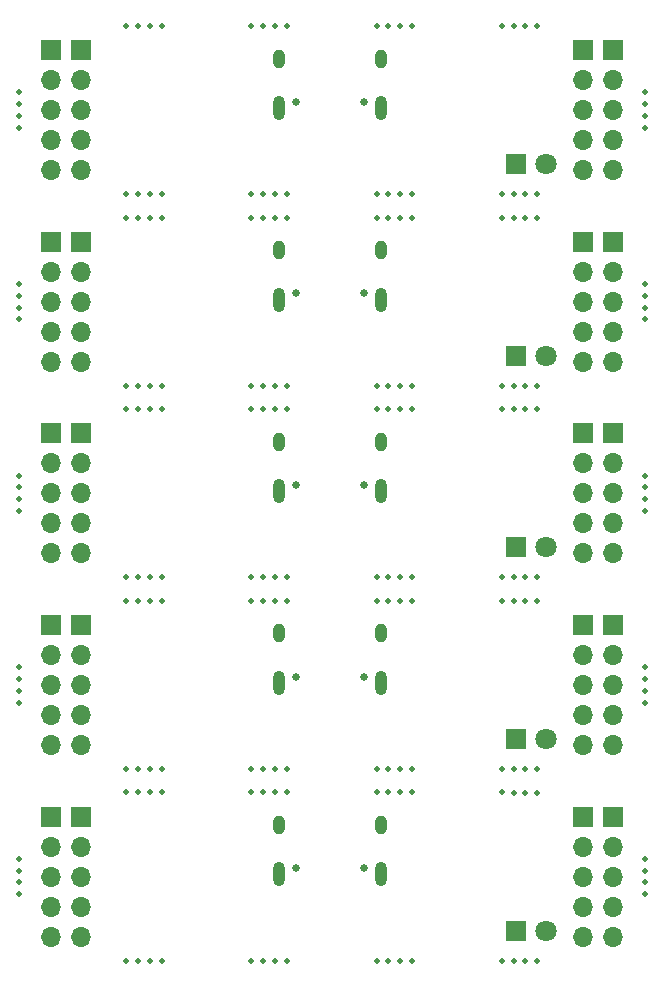
<source format=gbr>
%TF.GenerationSoftware,KiCad,Pcbnew,6.0.5-a6ca702e91~116~ubuntu22.04.1*%
%TF.CreationDate,2022-06-10T16:35:41-05:00*%
%TF.ProjectId,panel,70616e65-6c2e-46b6-9963-61645f706362,rev?*%
%TF.SameCoordinates,Original*%
%TF.FileFunction,Soldermask,Bot*%
%TF.FilePolarity,Negative*%
%FSLAX46Y46*%
G04 Gerber Fmt 4.6, Leading zero omitted, Abs format (unit mm)*
G04 Created by KiCad (PCBNEW 6.0.5-a6ca702e91~116~ubuntu22.04.1) date 2022-06-10 16:35:41*
%MOMM*%
%LPD*%
G01*
G04 APERTURE LIST*
%ADD10C,0.500000*%
%ADD11R,1.700000X1.700000*%
%ADD12O,1.700000X1.700000*%
%ADD13R,1.800000X1.800000*%
%ADD14C,1.800000*%
%ADD15C,0.650000*%
%ADD16O,1.000000X1.600000*%
%ADD17O,1.000000X2.100000*%
G04 APERTURE END LIST*
D10*
%TO.C,REF\u002A\u002A*%
X50300196Y-34223238D03*
%TD*%
%TO.C,REF\u002A\u002A*%
X61900262Y-50448576D03*
%TD*%
%TO.C,REF\u002A\u002A*%
X60900262Y-64672000D03*
%TD*%
%TO.C,REF\u002A\u002A*%
X28100065Y-64672000D03*
%TD*%
%TO.C,REF\u002A\u002A*%
X49300196Y-18000802D03*
%TD*%
%TO.C,REF\u002A\u002A*%
X40700131Y-32223152D03*
%TD*%
%TO.C,REF\u002A\u002A*%
X38700131Y-34222765D03*
%TD*%
%TO.C,REF\u002A\u002A*%
X51300196Y-80893440D03*
%TD*%
%TO.C,REF\u002A\u002A*%
X51300196Y-66672000D03*
%TD*%
%TO.C,REF\u002A\u002A*%
X18000115Y-26612000D03*
%TD*%
%TO.C,REF\u002A\u002A*%
X40700131Y-64672000D03*
%TD*%
%TO.C,REF\u002A\u002A*%
X50300196Y-64672000D03*
%TD*%
%TO.C,REF\u002A\u002A*%
X59900262Y-97121630D03*
%TD*%
%TO.C,REF\u002A\u002A*%
X61900262Y-82895423D03*
%TD*%
%TO.C,REF\u002A\u002A*%
X28100065Y-48448666D03*
%TD*%
D11*
%TO.C,J5*%
X68300328Y-68704000D03*
D12*
X68300328Y-71244000D03*
X68300328Y-73784000D03*
X68300328Y-76324000D03*
X68300328Y-78864000D03*
%TD*%
D13*
%TO.C,D1*%
X60070328Y-62132000D03*
D14*
X62610328Y-62132000D03*
%TD*%
D10*
%TO.C,REF\u002A\u002A*%
X48300196Y-97121157D03*
%TD*%
%TO.C,REF\u002A\u002A*%
X60900262Y-80892657D03*
%TD*%
%TO.C,REF\u002A\u002A*%
X50300196Y-80893522D03*
%TD*%
D11*
%TO.C,J5*%
X68300328Y-20032000D03*
D12*
X68300328Y-22572000D03*
X68300328Y-25112000D03*
X68300328Y-27652000D03*
X68300328Y-30192000D03*
%TD*%
D10*
%TO.C,REF\u002A\u002A*%
X71000180Y-41837000D03*
%TD*%
%TO.C,REF\u002A\u002A*%
X60900262Y-18000329D03*
%TD*%
%TO.C,REF\u002A\u002A*%
X28100065Y-18001667D03*
%TD*%
%TO.C,REF\u002A\u002A*%
X40700131Y-34222846D03*
%TD*%
%TO.C,REF\u002A\u002A*%
X61900262Y-48451424D03*
%TD*%
%TO.C,REF\u002A\u002A*%
X60900262Y-32222328D03*
%TD*%
%TO.C,REF\u002A\u002A*%
X50300196Y-48450477D03*
%TD*%
%TO.C,REF\u002A\u002A*%
X71000212Y-75284000D03*
%TD*%
%TO.C,REF\u002A\u002A*%
X40700131Y-48449694D03*
%TD*%
%TO.C,REF\u002A\u002A*%
X27100065Y-50451415D03*
%TD*%
%TO.C,REF\u002A\u002A*%
X71000180Y-74284000D03*
%TD*%
%TO.C,REF\u002A\u002A*%
X30100065Y-64672000D03*
%TD*%
%TO.C,REF\u002A\u002A*%
X71000147Y-57060000D03*
%TD*%
%TO.C,REF\u002A\u002A*%
X60900262Y-82895341D03*
%TD*%
%TO.C,REF\u002A\u002A*%
X27100065Y-80895415D03*
%TD*%
%TO.C,REF\u002A\u002A*%
X51300196Y-48450559D03*
%TD*%
D15*
%TO.C,J1*%
X41432328Y-40634000D03*
X47212328Y-40634000D03*
D16*
X40002328Y-36984000D03*
D17*
X48642328Y-41164000D03*
D16*
X48642328Y-36984000D03*
D17*
X40002328Y-41164000D03*
%TD*%
D10*
%TO.C,REF\u002A\u002A*%
X71000147Y-24612000D03*
%TD*%
%TO.C,REF\u002A\u002A*%
X27100065Y-97120292D03*
%TD*%
%TO.C,REF\u002A\u002A*%
X71000212Y-91507000D03*
%TD*%
D11*
%TO.C,J4*%
X65760328Y-52480000D03*
D12*
X65760328Y-55020000D03*
X65760328Y-57560000D03*
X65760328Y-60100000D03*
X65760328Y-62640000D03*
%TD*%
D10*
%TO.C,REF\u002A\u002A*%
X30100065Y-18001585D03*
%TD*%
D11*
%TO.C,J3*%
X23240328Y-20032000D03*
D12*
X23240328Y-22572000D03*
X23240328Y-25112000D03*
X23240328Y-27652000D03*
X23240328Y-30192000D03*
%TD*%
D10*
%TO.C,REF\u002A\u002A*%
X18000212Y-56060000D03*
%TD*%
%TO.C,REF\u002A\u002A*%
X58900262Y-18000410D03*
%TD*%
%TO.C,REF\u002A\u002A*%
X48300196Y-66672000D03*
%TD*%
D11*
%TO.C,J4*%
X65760328Y-20032000D03*
D12*
X65760328Y-22572000D03*
X65760328Y-25112000D03*
X65760328Y-27652000D03*
X65760328Y-30192000D03*
%TD*%
D10*
%TO.C,REF\u002A\u002A*%
X61900262Y-97121712D03*
%TD*%
%TO.C,REF\u002A\u002A*%
X30100065Y-48448829D03*
%TD*%
%TO.C,REF\u002A\u002A*%
X49300196Y-64672000D03*
%TD*%
%TO.C,REF\u002A\u002A*%
X39700131Y-66672000D03*
%TD*%
%TO.C,REF\u002A\u002A*%
X50300196Y-82894476D03*
%TD*%
%TO.C,REF\u002A\u002A*%
X30100065Y-50451171D03*
%TD*%
%TO.C,REF\u002A\u002A*%
X51300196Y-82894558D03*
%TD*%
%TO.C,REF\u002A\u002A*%
X49300196Y-48450396D03*
%TD*%
%TO.C,REF\u002A\u002A*%
X27100065Y-64672000D03*
%TD*%
%TO.C,REF\u002A\u002A*%
X60900262Y-66672000D03*
%TD*%
%TO.C,REF\u002A\u002A*%
X37700131Y-82893448D03*
%TD*%
%TO.C,REF\u002A\u002A*%
X37700131Y-80894550D03*
%TD*%
%TO.C,REF\u002A\u002A*%
X49300196Y-50449604D03*
%TD*%
%TO.C,REF\u002A\u002A*%
X71000115Y-72284000D03*
%TD*%
%TO.C,REF\u002A\u002A*%
X18000147Y-58060000D03*
%TD*%
%TO.C,REF\u002A\u002A*%
X59900262Y-64672000D03*
%TD*%
%TO.C,REF\u002A\u002A*%
X28100065Y-80895333D03*
%TD*%
D11*
%TO.C,J2*%
X20700328Y-84928000D03*
D12*
X20700328Y-87468000D03*
X20700328Y-90008000D03*
X20700328Y-92548000D03*
X20700328Y-95088000D03*
%TD*%
D10*
%TO.C,REF\u002A\u002A*%
X40700131Y-66672000D03*
%TD*%
D11*
%TO.C,J2*%
X20700328Y-52480000D03*
D12*
X20700328Y-55020000D03*
X20700328Y-57560000D03*
X20700328Y-60100000D03*
X20700328Y-62640000D03*
%TD*%
D10*
%TO.C,REF\u002A\u002A*%
X50300196Y-66672000D03*
%TD*%
D11*
%TO.C,J5*%
X68300328Y-52480000D03*
D12*
X68300328Y-55020000D03*
X68300328Y-57560000D03*
X68300328Y-60100000D03*
X68300328Y-62640000D03*
%TD*%
D10*
%TO.C,REF\u002A\u002A*%
X27100065Y-66672000D03*
%TD*%
%TO.C,REF\u002A\u002A*%
X37700131Y-66672000D03*
%TD*%
%TO.C,REF\u002A\u002A*%
X48300196Y-64672000D03*
%TD*%
%TO.C,REF\u002A\u002A*%
X37700131Y-97120724D03*
%TD*%
%TO.C,REF\u002A\u002A*%
X59900262Y-32222369D03*
%TD*%
%TO.C,REF\u002A\u002A*%
X58900262Y-50448821D03*
%TD*%
%TO.C,REF\u002A\u002A*%
X39700131Y-34222806D03*
%TD*%
%TO.C,REF\u002A\u002A*%
X18000147Y-90507000D03*
%TD*%
%TO.C,REF\u002A\u002A*%
X28100065Y-66672000D03*
%TD*%
%TO.C,REF\u002A\u002A*%
X28100065Y-50451334D03*
%TD*%
%TO.C,REF\u002A\u002A*%
X39700131Y-32223193D03*
%TD*%
%TO.C,REF\u002A\u002A*%
X51300196Y-34223279D03*
%TD*%
D11*
%TO.C,J5*%
X68300328Y-84928000D03*
D12*
X68300328Y-87468000D03*
X68300328Y-90008000D03*
X68300328Y-92548000D03*
X68300328Y-95088000D03*
%TD*%
D10*
%TO.C,REF\u002A\u002A*%
X18000115Y-75284000D03*
%TD*%
D13*
%TO.C,D1*%
X60070328Y-78356000D03*
D14*
X62610328Y-78356000D03*
%TD*%
D10*
%TO.C,REF\u002A\u002A*%
X37700131Y-34222724D03*
%TD*%
%TO.C,REF\u002A\u002A*%
X28100065Y-32223666D03*
%TD*%
%TO.C,REF\u002A\u002A*%
X30100065Y-82892828D03*
%TD*%
%TO.C,REF\u002A\u002A*%
X71000180Y-58060000D03*
%TD*%
%TO.C,REF\u002A\u002A*%
X60900262Y-50448658D03*
%TD*%
D11*
%TO.C,J5*%
X68300328Y-36256000D03*
D12*
X68300328Y-38796000D03*
X68300328Y-41336000D03*
X68300328Y-43876000D03*
X68300328Y-46416000D03*
%TD*%
D10*
%TO.C,REF\u002A\u002A*%
X58900262Y-82895178D03*
%TD*%
%TO.C,REF\u002A\u002A*%
X40700131Y-50450306D03*
%TD*%
%TO.C,REF\u002A\u002A*%
X71000115Y-39837000D03*
%TD*%
%TO.C,REF\u002A\u002A*%
X30100065Y-32223585D03*
%TD*%
%TO.C,REF\u002A\u002A*%
X38700131Y-18001234D03*
%TD*%
D11*
%TO.C,J3*%
X23240328Y-68704000D03*
D12*
X23240328Y-71244000D03*
X23240328Y-73784000D03*
X23240328Y-76324000D03*
X23240328Y-78864000D03*
%TD*%
D10*
%TO.C,REF\u002A\u002A*%
X71000180Y-90507000D03*
%TD*%
%TO.C,REF\u002A\u002A*%
X40700131Y-18001153D03*
%TD*%
%TO.C,REF\u002A\u002A*%
X28100065Y-82892665D03*
%TD*%
%TO.C,REF\u002A\u002A*%
X61900262Y-32222287D03*
%TD*%
%TO.C,REF\u002A\u002A*%
X27100065Y-82892584D03*
%TD*%
%TO.C,REF\u002A\u002A*%
X29100065Y-97120374D03*
%TD*%
%TO.C,REF\u002A\u002A*%
X18000147Y-74284000D03*
%TD*%
D11*
%TO.C,J4*%
X65760328Y-36256000D03*
D12*
X65760328Y-38796000D03*
X65760328Y-41336000D03*
X65760328Y-43876000D03*
X65760328Y-46416000D03*
%TD*%
D10*
%TO.C,REF\u002A\u002A*%
X71000180Y-25612000D03*
%TD*%
%TO.C,REF\u002A\u002A*%
X59900262Y-82895260D03*
%TD*%
%TO.C,REF\u002A\u002A*%
X28100065Y-97120333D03*
%TD*%
%TO.C,REF\u002A\u002A*%
X59900262Y-50448739D03*
%TD*%
D11*
%TO.C,J3*%
X23240328Y-52480000D03*
D12*
X23240328Y-55020000D03*
X23240328Y-57560000D03*
X23240328Y-60100000D03*
X23240328Y-62640000D03*
%TD*%
D10*
%TO.C,REF\u002A\u002A*%
X18000115Y-59060000D03*
%TD*%
%TO.C,REF\u002A\u002A*%
X58900262Y-34223589D03*
%TD*%
%TO.C,REF\u002A\u002A*%
X37700131Y-64672000D03*
%TD*%
%TO.C,REF\u002A\u002A*%
X37700131Y-18001275D03*
%TD*%
%TO.C,REF\u002A\u002A*%
X71000115Y-56060000D03*
%TD*%
D15*
%TO.C,J1*%
X41432328Y-56858000D03*
X47212328Y-56858000D03*
D16*
X48642328Y-53208000D03*
D17*
X48642328Y-57388000D03*
D16*
X40002328Y-53208000D03*
D17*
X40002328Y-57388000D03*
%TD*%
D10*
%TO.C,REF\u002A\u002A*%
X29100065Y-18001626D03*
%TD*%
%TO.C,REF\u002A\u002A*%
X59900262Y-48451260D03*
%TD*%
%TO.C,REF\u002A\u002A*%
X29100065Y-32223625D03*
%TD*%
%TO.C,REF\u002A\u002A*%
X49300196Y-66672000D03*
%TD*%
%TO.C,REF\u002A\u002A*%
X30100065Y-80895170D03*
%TD*%
%TO.C,REF\u002A\u002A*%
X61900262Y-18000288D03*
%TD*%
D11*
%TO.C,J4*%
X65760328Y-68704000D03*
D12*
X65760328Y-71244000D03*
X65760328Y-73784000D03*
X65760328Y-76324000D03*
X65760328Y-78864000D03*
%TD*%
D10*
%TO.C,REF\u002A\u002A*%
X48300196Y-32222842D03*
%TD*%
%TO.C,REF\u002A\u002A*%
X18000147Y-25612000D03*
%TD*%
%TO.C,REF\u002A\u002A*%
X29100065Y-66672000D03*
%TD*%
%TO.C,REF\u002A\u002A*%
X51300196Y-32222720D03*
%TD*%
%TO.C,REF\u002A\u002A*%
X71000147Y-40837000D03*
%TD*%
%TO.C,REF\u002A\u002A*%
X29100065Y-48448748D03*
%TD*%
%TO.C,REF\u002A\u002A*%
X71000212Y-59060000D03*
%TD*%
%TO.C,REF\u002A\u002A*%
X38700131Y-80894468D03*
%TD*%
%TO.C,REF\u002A\u002A*%
X18000115Y-91507000D03*
%TD*%
%TO.C,REF\u002A\u002A*%
X40700131Y-80894305D03*
%TD*%
%TO.C,REF\u002A\u002A*%
X39700131Y-82893612D03*
%TD*%
%TO.C,REF\u002A\u002A*%
X37700131Y-32223275D03*
%TD*%
%TO.C,REF\u002A\u002A*%
X37700131Y-50450551D03*
%TD*%
%TO.C,REF\u002A\u002A*%
X29100065Y-64672000D03*
%TD*%
%TO.C,REF\u002A\u002A*%
X49300196Y-32222801D03*
%TD*%
%TO.C,REF\u002A\u002A*%
X40700131Y-97120847D03*
%TD*%
%TO.C,REF\u002A\u002A*%
X27100065Y-34222292D03*
%TD*%
%TO.C,REF\u002A\u002A*%
X38700131Y-97120765D03*
%TD*%
%TO.C,REF\u002A\u002A*%
X39700131Y-50450387D03*
%TD*%
%TO.C,REF\u002A\u002A*%
X37700131Y-48449449D03*
%TD*%
%TO.C,REF\u002A\u002A*%
X58900262Y-48451179D03*
%TD*%
%TO.C,REF\u002A\u002A*%
X59900262Y-66672000D03*
%TD*%
%TO.C,REF\u002A\u002A*%
X60900262Y-48451342D03*
%TD*%
%TO.C,REF\u002A\u002A*%
X50300196Y-18000761D03*
%TD*%
%TO.C,REF\u002A\u002A*%
X49300196Y-80893603D03*
%TD*%
%TO.C,REF\u002A\u002A*%
X48300196Y-18000843D03*
%TD*%
%TO.C,REF\u002A\u002A*%
X39700131Y-18001193D03*
%TD*%
%TO.C,REF\u002A\u002A*%
X59900262Y-34223630D03*
%TD*%
%TO.C,REF\u002A\u002A*%
X61900262Y-34223711D03*
%TD*%
%TO.C,REF\u002A\u002A*%
X58900262Y-32222410D03*
%TD*%
%TO.C,REF\u002A\u002A*%
X59900262Y-80892739D03*
%TD*%
%TO.C,REF\u002A\u002A*%
X48300196Y-80893685D03*
%TD*%
%TO.C,REF\u002A\u002A*%
X49300196Y-82894395D03*
%TD*%
%TO.C,REF\u002A\u002A*%
X51300196Y-97121279D03*
%TD*%
%TO.C,REF\u002A\u002A*%
X39700131Y-97120806D03*
%TD*%
%TO.C,REF\u002A\u002A*%
X27100065Y-48448584D03*
%TD*%
%TO.C,REF\u002A\u002A*%
X27100065Y-18001707D03*
%TD*%
%TO.C,REF\u002A\u002A*%
X50300196Y-32222761D03*
%TD*%
%TO.C,REF\u002A\u002A*%
X18000147Y-41837000D03*
%TD*%
%TO.C,REF\u002A\u002A*%
X18000179Y-24612000D03*
%TD*%
%TO.C,REF\u002A\u002A*%
X18000179Y-40837000D03*
%TD*%
D11*
%TO.C,J2*%
X20700328Y-68704000D03*
D12*
X20700328Y-71244000D03*
X20700328Y-73784000D03*
X20700328Y-76324000D03*
X20700328Y-78864000D03*
%TD*%
D10*
%TO.C,REF\u002A\u002A*%
X51300196Y-18000720D03*
%TD*%
%TO.C,REF\u002A\u002A*%
X71000147Y-89507000D03*
%TD*%
%TO.C,REF\u002A\u002A*%
X18000179Y-73284000D03*
%TD*%
%TO.C,REF\u002A\u002A*%
X71000147Y-73284000D03*
%TD*%
%TO.C,REF\u002A\u002A*%
X38700131Y-66672000D03*
%TD*%
%TO.C,REF\u002A\u002A*%
X28100065Y-34222332D03*
%TD*%
%TO.C,REF\u002A\u002A*%
X50300196Y-50449523D03*
%TD*%
%TO.C,REF\u002A\u002A*%
X38700131Y-32223234D03*
%TD*%
%TO.C,REF\u002A\u002A*%
X58900262Y-80892820D03*
%TD*%
D11*
%TO.C,J2*%
X20700328Y-20032000D03*
D12*
X20700328Y-22572000D03*
X20700328Y-25112000D03*
X20700328Y-27652000D03*
X20700328Y-30192000D03*
%TD*%
D10*
%TO.C,REF\u002A\u002A*%
X71000115Y-88507000D03*
%TD*%
%TO.C,REF\u002A\u002A*%
X39700131Y-80894387D03*
%TD*%
D15*
%TO.C,J1*%
X47212328Y-24410000D03*
X41432328Y-24410000D03*
D16*
X40002328Y-20760000D03*
X48642328Y-20760000D03*
D17*
X40002328Y-24940000D03*
X48642328Y-24940000D03*
%TD*%
D11*
%TO.C,J3*%
X23240328Y-84928000D03*
D12*
X23240328Y-87468000D03*
X23240328Y-90008000D03*
X23240328Y-92548000D03*
X23240328Y-95088000D03*
%TD*%
D11*
%TO.C,J2*%
X20700328Y-36256000D03*
D12*
X20700328Y-38796000D03*
X20700328Y-41336000D03*
X20700328Y-43876000D03*
X20700328Y-46416000D03*
%TD*%
D10*
%TO.C,REF\u002A\u002A*%
X71000212Y-26612000D03*
%TD*%
%TO.C,REF\u002A\u002A*%
X40700131Y-82893693D03*
%TD*%
%TO.C,REF\u002A\u002A*%
X51300196Y-50449441D03*
%TD*%
%TO.C,REF\u002A\u002A*%
X30100065Y-66672000D03*
%TD*%
%TO.C,REF\u002A\u002A*%
X61900262Y-64672000D03*
%TD*%
%TO.C,REF\u002A\u002A*%
X58900262Y-97121589D03*
%TD*%
%TO.C,REF\u002A\u002A*%
X29100065Y-34222373D03*
%TD*%
%TO.C,REF\u002A\u002A*%
X49300196Y-97121198D03*
%TD*%
%TO.C,REF\u002A\u002A*%
X38700131Y-50450469D03*
%TD*%
%TO.C,REF\u002A\u002A*%
X27100065Y-32223707D03*
%TD*%
%TO.C,REF\u002A\u002A*%
X49300196Y-34223197D03*
%TD*%
%TO.C,REF\u002A\u002A*%
X38700131Y-82893530D03*
%TD*%
%TO.C,REF\u002A\u002A*%
X48300196Y-34223156D03*
%TD*%
D11*
%TO.C,J4*%
X65760328Y-84928000D03*
D12*
X65760328Y-87468000D03*
X65760328Y-90008000D03*
X65760328Y-92548000D03*
X65760328Y-95088000D03*
%TD*%
D15*
%TO.C,J1*%
X47212328Y-73082000D03*
X41432328Y-73082000D03*
D16*
X40002328Y-69432000D03*
D17*
X40002328Y-73612000D03*
D16*
X48642328Y-69432000D03*
D17*
X48642328Y-73612000D03*
%TD*%
D10*
%TO.C,REF\u002A\u002A*%
X48300196Y-50449686D03*
%TD*%
%TO.C,REF\u002A\u002A*%
X60900262Y-34223670D03*
%TD*%
%TO.C,REF\u002A\u002A*%
X30100065Y-97120414D03*
%TD*%
%TO.C,REF\u002A\u002A*%
X18000212Y-23612000D03*
%TD*%
%TO.C,REF\u002A\u002A*%
X51300196Y-64672000D03*
%TD*%
%TO.C,REF\u002A\u002A*%
X29100065Y-80895251D03*
%TD*%
%TO.C,REF\u002A\u002A*%
X61900262Y-66672000D03*
%TD*%
%TO.C,REF\u002A\u002A*%
X50300196Y-97121238D03*
%TD*%
%TO.C,REF\u002A\u002A*%
X30100065Y-34222414D03*
%TD*%
%TO.C,REF\u002A\u002A*%
X38700131Y-64672000D03*
%TD*%
D13*
%TO.C,D1*%
X60070328Y-94580000D03*
D14*
X62610328Y-94580000D03*
%TD*%
D10*
%TO.C,REF\u002A\u002A*%
X29100065Y-50451252D03*
%TD*%
%TO.C,REF\u002A\u002A*%
X61900262Y-80892575D03*
%TD*%
D13*
%TO.C,D1*%
X60070328Y-29684000D03*
D14*
X62610328Y-29684000D03*
%TD*%
D15*
%TO.C,J1*%
X41432328Y-89306000D03*
X47212328Y-89306000D03*
D17*
X40002328Y-89836000D03*
D16*
X48642328Y-85656000D03*
D17*
X48642328Y-89836000D03*
D16*
X40002328Y-85656000D03*
%TD*%
D10*
%TO.C,REF\u002A\u002A*%
X58900262Y-66672000D03*
%TD*%
%TO.C,REF\u002A\u002A*%
X18000115Y-42837000D03*
%TD*%
%TO.C,REF\u002A\u002A*%
X18000212Y-88507000D03*
%TD*%
%TO.C,REF\u002A\u002A*%
X39700131Y-64672000D03*
%TD*%
%TO.C,REF\u002A\u002A*%
X38700131Y-48449531D03*
%TD*%
%TO.C,REF\u002A\u002A*%
X59900262Y-18000369D03*
%TD*%
%TO.C,REF\u002A\u002A*%
X29100065Y-82892747D03*
%TD*%
%TO.C,REF\u002A\u002A*%
X18000212Y-72284000D03*
%TD*%
%TO.C,REF\u002A\u002A*%
X71000212Y-42837000D03*
%TD*%
%TO.C,REF\u002A\u002A*%
X18000212Y-39837000D03*
%TD*%
D13*
%TO.C,D1*%
X60070328Y-45908000D03*
D14*
X62610328Y-45908000D03*
%TD*%
D10*
%TO.C,REF\u002A\u002A*%
X60900262Y-97121671D03*
%TD*%
%TO.C,REF\u002A\u002A*%
X18000180Y-89507000D03*
%TD*%
%TO.C,REF\u002A\u002A*%
X71000115Y-23612000D03*
%TD*%
%TO.C,REF\u002A\u002A*%
X48300196Y-82894313D03*
%TD*%
%TO.C,REF\u002A\u002A*%
X48300196Y-48450314D03*
%TD*%
D11*
%TO.C,J3*%
X23240328Y-36256000D03*
D12*
X23240328Y-38796000D03*
X23240328Y-41336000D03*
X23240328Y-43876000D03*
X23240328Y-46416000D03*
%TD*%
D10*
%TO.C,REF\u002A\u002A*%
X39700131Y-48449612D03*
%TD*%
%TO.C,REF\u002A\u002A*%
X18000180Y-57060000D03*
%TD*%
%TO.C,REF\u002A\u002A*%
X58900262Y-64672000D03*
%TD*%
M02*

</source>
